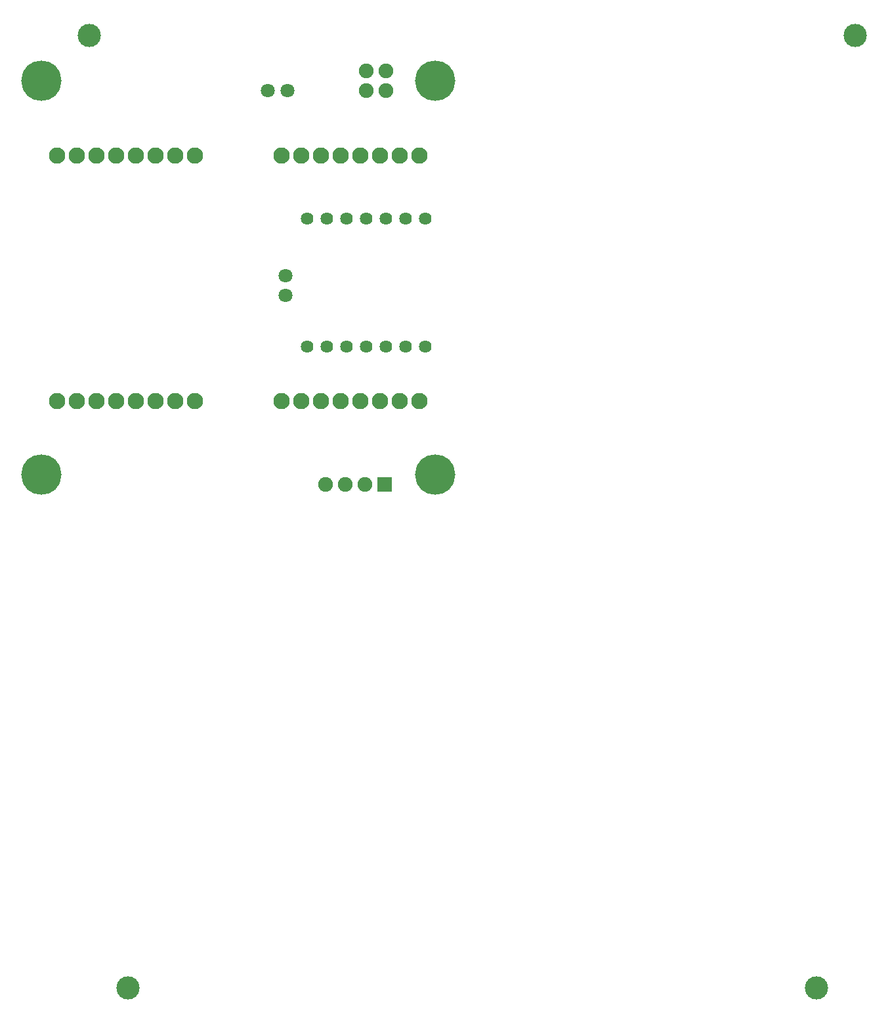
<source format=gbs>
G04 Layer: BottomSolderMaskLayer*
G04 EasyEDA v6.5.29, 2023-07-20 18:53:58*
G04 ae0c691ece8d4f248acc8e5a997bb802,5a6b42c53f6a479593ecc07194224c93,10*
G04 Gerber Generator version 0.2*
G04 Scale: 100 percent, Rotated: No, Reflected: No *
G04 Dimensions in millimeters *
G04 leading zeros omitted , absolute positions ,4 integer and 5 decimal *
%FSLAX45Y45*%
%MOMM*%

%AMMACRO1*1,1,$1,$2,$3*1,1,$1,$4,$5*1,1,$1,0-$2,0-$3*1,1,$1,0-$4,0-$5*20,1,$1,$2,$3,$4,$5,0*20,1,$1,$4,$5,0-$2,0-$3,0*20,1,$1,0-$2,0-$3,0-$4,0-$5,0*20,1,$1,0-$4,0-$5,$2,$3,0*4,1,4,$2,$3,$4,$5,0-$2,0-$3,0-$4,0-$5,$2,$3,0*%
%ADD10C,1.9016*%
%ADD11MACRO1,0.1016X-0.9X-0.85X0.9X-0.85*%
%ADD12C,5.2032*%
%ADD13C,2.1016*%
%ADD14C,1.8016*%
%ADD15C,1.6256*%
%ADD16C,3.0000*%

%LPD*%
D10*
G01*
X4051300Y254000D03*
D11*
G01*
X4813300Y254001D03*
D10*
G01*
X4559300Y254000D03*
G01*
X4305300Y254000D03*
D12*
G01*
X381000Y5461000D03*
G01*
X5461000Y5461000D03*
G01*
X5461000Y381000D03*
G01*
X381000Y381000D03*
D10*
G01*
X4572000Y5588000D03*
G01*
X4572000Y5334000D03*
G01*
X4826000Y5334000D03*
G01*
X4826000Y5588000D03*
D13*
G01*
X3479800Y4495800D03*
G01*
X3733800Y4495800D03*
G01*
X3987800Y4495800D03*
G01*
X4241800Y4495800D03*
G01*
X4495800Y4495800D03*
G01*
X4749800Y4495800D03*
G01*
X5003800Y4495800D03*
G01*
X5257800Y4495800D03*
G01*
X5255006Y1329893D03*
G01*
X5001006Y1329893D03*
G01*
X4747006Y1329893D03*
G01*
X4493006Y1329893D03*
G01*
X4239006Y1329893D03*
G01*
X3985006Y1329893D03*
G01*
X3731006Y1329893D03*
G01*
X3477006Y1329893D03*
D14*
G01*
X3302000Y5334000D03*
G01*
X3556000Y5334000D03*
D15*
G01*
X3810000Y3682923D03*
G01*
X3810000Y2031949D03*
G01*
X4826000Y2031949D03*
G01*
X4064000Y2032000D03*
G01*
X4318000Y2032000D03*
G01*
X4572000Y2032000D03*
G01*
X4572000Y3683000D03*
G01*
X4318000Y3683000D03*
G01*
X4064000Y3683000D03*
G01*
X4826000Y3682923D03*
G01*
X5080000Y2031872D03*
G01*
X5080000Y3682847D03*
G01*
X5334000Y2031796D03*
G01*
X5334000Y3682771D03*
D13*
G01*
X584200Y4495800D03*
G01*
X838200Y4495800D03*
G01*
X1092200Y4495800D03*
G01*
X1346200Y4495800D03*
G01*
X1600200Y4495800D03*
G01*
X1854200Y4495800D03*
G01*
X2108200Y4495800D03*
G01*
X2362200Y4495800D03*
G01*
X581405Y1329893D03*
G01*
X835405Y1329893D03*
G01*
X1089405Y1329893D03*
G01*
X1343405Y1329893D03*
G01*
X1597405Y1329893D03*
G01*
X1851405Y1329893D03*
G01*
X2105406Y1329893D03*
G01*
X2359406Y1329893D03*
D14*
G01*
X3530600Y2946400D03*
G01*
X3530600Y2692400D03*
D16*
G01*
X999997Y6041999D03*
G01*
X10884001Y6041999D03*
G01*
X1499996Y-6241999D03*
G01*
X10384002Y-6241999D03*
M02*

</source>
